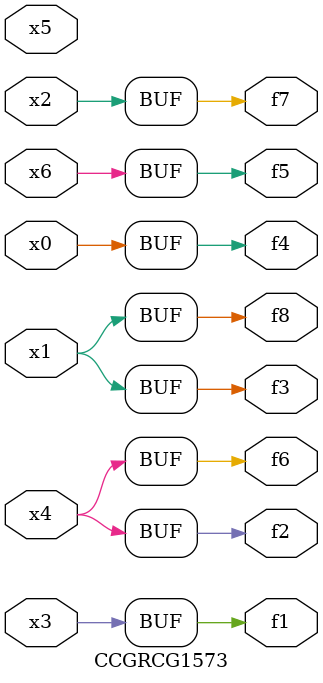
<source format=v>
module CCGRCG1573(
	input x0, x1, x2, x3, x4, x5, x6,
	output f1, f2, f3, f4, f5, f6, f7, f8
);
	assign f1 = x3;
	assign f2 = x4;
	assign f3 = x1;
	assign f4 = x0;
	assign f5 = x6;
	assign f6 = x4;
	assign f7 = x2;
	assign f8 = x1;
endmodule

</source>
